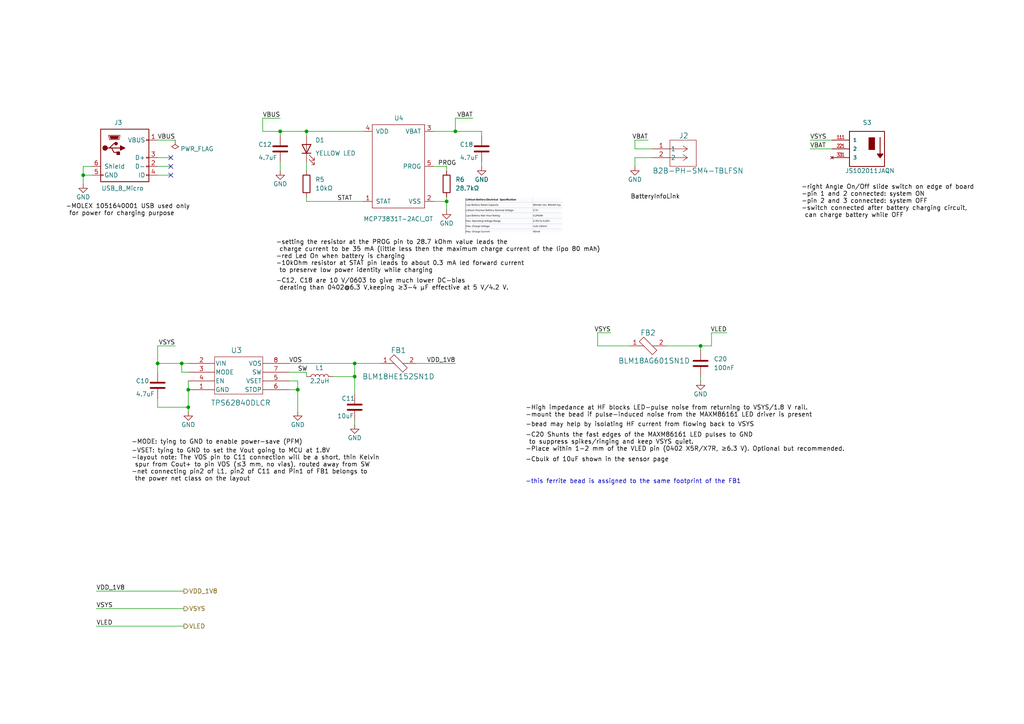
<source format=kicad_sch>
(kicad_sch (version 20250114) (generator "eeschema") (generator_version "9.0")
  (paper "A4")
  (lib_symbols
    (symbol "C_1" (pin_numbers (hide yes)) (pin_names (offset 0.254))
      (property "Reference" "C" (at 0.635 2.54 0))
      (property "Value" "C" (at 0.635 -2.54 0))
      (symbol "C_1_0_1"
        (polyline (pts (xy -2.032 0.762) (xy 2.032 0.762)) (stroke (width 0.508)))
        (polyline (pts (xy -2.032 -0.762) (xy 2.032 -0.762)) (stroke (width 0.508)))
      )
      (symbol "C_1_1_1"
        (pin passive line (at 0 3.81 270) (length 2.794) (name "~") (number "1"))
        (pin passive line (at 0 -3.81 90) (length 2.794) (name "~") (number "2"))
      )
    )
    (symbol "C_2" (pin_numbers (hide yes)) (pin_names (offset 0.254))
      (property "Reference" "C" (at 0.635 2.54 0))
      (property "Value" "C" (at 0.635 -2.54 0))
      (symbol "C_2_0_1"
        (polyline (pts (xy -2.032 0.762) (xy 2.032 0.762)) (stroke (width 0.508)))
        (polyline (pts (xy -2.032 -0.762) (xy 2.032 -0.762)) (stroke (width 0.508)))
      )
      (symbol "C_2_1_1"
        (pin passive line (at 0 3.81 270) (length 2.794) (name "~") (number "1"))
        (pin passive line (at 0 -3.81 90) (length 2.794) (name "~") (number "2"))
      )
    )
    (symbol "C_3" (pin_numbers (hide yes)) (pin_names (offset 0.254))
      (property "Reference" "C" (at 0.635 2.54 0))
      (property "Value" "C" (at 0.635 -2.54 0))
      (symbol "C_3_0_1"
        (polyline (pts (xy -2.032 0.762) (xy 2.032 0.762)) (stroke (width 0.508)))
        (polyline (pts (xy -2.032 -0.762) (xy 2.032 -0.762)) (stroke (width 0.508)))
      )
      (symbol "C_3_1_1"
        (pin passive line (at 0 3.81 270) (length 2.794) (name "~") (number "1"))
        (pin passive line (at 0 -3.81 90) (length 2.794) (name "~") (number "2"))
      )
    )
    (symbol "C_4" (pin_numbers (hide yes)) (pin_names (offset 0.254))
      (property "Reference" "C" (at 0.635 2.54 0))
      (property "Value" "C" (at 0.635 -2.54 0))
      (symbol "C_4_0_1"
        (polyline (pts (xy -2.032 0.762) (xy 2.032 0.762)) (stroke (width 0.508)))
        (polyline (pts (xy -2.032 -0.762) (xy 2.032 -0.762)) (stroke (width 0.508)))
      )
      (symbol "C_4_1_1"
        (pin passive line (at 0 3.81 270) (length 2.794) (name "~") (number "1"))
        (pin passive line (at 0 -3.81 90) (length 2.794) (name "~") (number "2"))
      )
    )
    (symbol "LED_local:LED" (pin_numbers (hide yes)) (pin_names (offset 1.016) (hide yes))
      (property "Reference" "D" (at 0 2.54 0))
      (property "Value" "LED" (at 0 -2.54 0))
      (symbol "LED_0_1"
        (polyline (pts (xy -3.048 -0.762) (xy -4.572 -2.286) (xy -3.81 -2.286) (xy -4.572 -2.286) (xy -4.572 -1.524)))
        (polyline (pts (xy -1.778 -0.762) (xy -3.302 -2.286) (xy -2.54 -2.286) (xy -3.302 -2.286) (xy -3.302 -1.524)))
        (polyline (pts (xy -1.27 0) (xy 1.27 0)))
        (polyline (pts (xy -1.27 -1.27) (xy -1.27 1.27)) (stroke (width 0.254)))
        (polyline (pts (xy 1.27 -1.27) (xy 1.27 1.27) (xy -1.27 0) (xy 1.27 -1.27)) (stroke (width 0.254)))
      )
      (symbol "LED_1_1"
        (pin passive line (at -3.81 0 0) (length 2.54) (name "K") (number "1"))
        (pin passive line (at 3.81 0 180) (length 2.54) (name "A") (number "2"))
      )
    )
    (symbol "USB_B_Micro_local:USB_B_Micro" (pin_names (offset 1.016))
      (property "Reference" "J?" (at 0 11.176 0))
      (property "Value" "USB_B_Micro" (at -0.254 9.144 0))
      (symbol "USB_B_Micro_0_1"
        (rectangle (start -7.62 -4.953) (end -6.858 -5.207))
        (circle (center -6.35 2.794) (radius 0.635) (stroke (width 0.254)) (fill (type outline)))
        (polyline (pts (xy -5.715 2.794) (xy -5.08 2.794) (xy -3.81 4.064) (xy -3.175 4.064)) (stroke (width 0.254)))
        (polyline (pts (xy -5.334 6.477) (xy -5.334 6.223) (xy -5.08 5.461) (xy -5.08 5.207) (xy -2.286 5.207) (xy -2.286 5.461) (xy -2.032 6.223) (xy -2.032 6.477) (xy -5.334 6.477)))
        (polyline (pts (xy -5.08 2.794) (xy -4.445 2.794) (xy -3.81 1.524) (xy -2.54 1.524)) (stroke (width 0.254)))
        (polyline (pts (xy -4.953 6.223) (xy -2.413 6.223) (xy -2.667 5.461) (xy -4.699 5.461) (xy -4.953 6.223)) (fill (type outline)))
        (polyline (pts (xy -4.445 2.794) (xy -1.905 2.794)) (stroke (width 0.254)))
        (circle (center -3.175 4.064) (radius 0.381) (stroke (width 0.254)) (fill (type outline)))
        (rectangle (start -2.921 1.651) (end -2.159 0.889) (stroke (width 0.254)) (fill (type outline)))
        (polyline (pts (xy -1.905 3.429) (xy -1.905 2.159) (xy -0.635 2.794) (xy -1.905 3.429)) (stroke (width 0.254)) (fill (type outline)))
        (rectangle (start 6.35 4.953) (end 5.588 5.207))
        (rectangle (start 6.35 -0.127) (end 5.588 0.127))
        (rectangle (start 6.35 -2.667) (end 5.588 -2.413))
        (rectangle (start 6.35 -5.207) (end 5.588 -4.953))
      )
      (symbol "USB_B_Micro_1_1"
        (rectangle (start -7.62 8.255) (end 6.35 -6.985) (stroke (width 0.254)) (fill (type color) (color 255 255 255 1)))
        (pin passive line (at -10.16 -2.54 0) (length 2.54) (name "Shield") (number "6"))
        (pin power_in line (at -10.16 -5.08 0) (length 2.54) (name "GND") (number "5"))
        (pin power_in line (at 8.89 5.08 180) (length 2.54) (name "VBUS") (number "1"))
        (pin bidirectional line (at 8.89 0 180) (length 2.54) (name "D+") (number "3"))
        (pin bidirectional line (at 8.89 -2.54 180) (length 2.54) (name "D-") (number "2"))
        (pin passive line (at 8.89 -5.08 180) (length 2.54) (name "ID") (number "4"))
      )
    )
    (symbol "dk_Ferrite-Beads-and-Chips_local:BLM18AG601SN1D" (pin_names (offset 1.016))
      (property "Reference" "FB2" (at 0 3.81 0))
      (property "Value" "BLM18AG601SN1D" (at -0.254 -3.81 0))
      (symbol "BLM18AG601SN1D_0_1"
        (polyline (pts (xy -1.27 0) (xy -2.54 0)))
        (polyline (pts (xy 1.27 0) (xy 2.54 0)))
      )
      (symbol "BLM18AG601SN1D_1_1"
        (polyline (pts (xy -1.27 2.54) (xy -2.54 1.27) (xy 1.27 -2.54) (xy 2.54 -1.27) (xy -1.27 2.54)) (fill (type color) (color 255 255 255 1)))
        (pin passive line (at -5.08 0 0) (length 2.54) (name "~") (number "1"))
        (pin passive line (at 5.08 0 180) (length 2.54) (name "~") (number "2"))
      )
    )
    (symbol "dk_Ferrite-Beads-and-Chips_local:BLM18HE152SN1D" (pin_names (offset 1.016))
      (property "Reference" "FB1" (at -2.54 3.81 0))
      (property "Value" "BLM18HE152SN1D" (at 0 -3.81 0))
      (symbol "BLM18HE152SN1D_0_1"
        (polyline (pts (xy -1.27 0) (xy -2.54 0)))
        (polyline (pts (xy 1.27 0) (xy 2.54 0)))
      )
      (symbol "BLM18HE152SN1D_1_1"
        (polyline (pts (xy -1.27 2.54) (xy -2.54 1.27) (xy 1.27 -2.54) (xy 2.54 -1.27) (xy -1.27 2.54)) (fill (type color) (color 255 255 255 1)))
        (pin passive line (at -5.08 0 0) (length 2.54) (name "~") (number "1"))
        (pin passive line (at 5.08 0 180) (length 2.54) (name "~") (number "2"))
      )
    )
    (symbol "dk_MCP73831BatteryCharger_local:MCP73831T-2ACI_OT" (pin_names (offset 1.016))
      (property "Reference" "U4" (at 0.762 13.716 0))
      (property "Value" "MCP73831T-2ACI_OT" (at -10.668 -13.716 0))
      (symbol "MCP73831T-2ACI_OT_1_1"
        (rectangle (start -7.62 12.065) (end 7.62 -12.065) (fill (type color) (color 255 255 255 1)))
        (pin power_in line (at -10.16 10.16 0) (length 2.54) (name "VDD") (number "4"))
        (pin output line (at -10.16 -10.16 0) (length 2.54) (name "STAT") (number "1"))
        (pin power_out line (at 10.16 10.16 180) (length 2.54) (name "VBAT") (number "3"))
        (pin input line (at 10.16 0 180) (length 2.54) (name "PROG") (number "5"))
        (pin power_in line (at 10.16 -10.16 180) (length 2.54) (name "VSS") (number "2"))
      )
    )
    (symbol "inductor_local:L" (pin_numbers (hide yes)) (pin_names (offset 1.016) (hide yes))
      (property "Reference" "L" (at -1.27 0 90))
      (property "Value" "L" (at 1.905 0 90))
      (symbol "L_0_1"
        (arc (start 0 2.54) (mid 0.6323 1.905) (end 0 1.27))
        (arc (start 0 1.27) (mid 0.6323 0.635) (end 0 0))
        (arc (start 0 0) (mid 0.6323 -0.635) (end 0 -1.27))
        (arc (start 0 -1.27) (mid 0.6323 -1.905) (end 0 -2.54))
      )
      (symbol "L_1_1"
        (pin passive line (at 0 3.81 270) (length 1.27) (name "1") (number "1"))
        (pin passive line (at 0 -3.81 90) (length 1.27) (name "2") (number "2"))
      )
    )
    (symbol "power_local:GND" (power) (pin_numbers (hide yes)) (pin_names (offset 0) (hide yes))
      (property "Value" "GND" (at 0 -3.81 0))
      (symbol "GND_0_1"
        (polyline (pts (xy 0 0) (xy 0 -1.27) (xy 1.27 -1.27) (xy 0 -2.54) (xy -1.27 -1.27) (xy 0 -1.27)))
      )
      (symbol "GND_1_1"
        (pin power_in line (at 0 0 270) (length 0) (name "~") (number "1"))
      )
    )
    (symbol "power_local:PWR_FLAG" (power) (pin_numbers (hide yes)) (pin_names (offset 0) (hide yes))
      (property "Value" "PWR_FLAG" (at 0 3.81 0))
      (symbol "PWR_FLAG_0_0"
        (pin power_out line (at 0 0 90) (length 0) (name "~") (number "1"))
      )
      (symbol "PWR_FLAG_0_1"
        (polyline (pts (xy 0 0) (xy 0 1.27) (xy -1.016 1.905) (xy 0 2.54) (xy 1.016 1.905) (xy 0 1.27)))
      )
    )
    (symbol "resistor:R" (pin_numbers (hide yes)) (pin_names (offset 0))
      (property "Reference" "R" (at 2.032 0 90))
      (property "Value" "R" (at 0 0 90))
      (symbol "R_0_1"
        (rectangle (start -1.016 -2.54) (end 1.016 2.54) (stroke (width 0.254)))
      )
      (symbol "R_1_1"
        (pin passive line (at 0 3.81 270) (length 1.27) (name "~") (number "1"))
        (pin passive line (at 0 -3.81 90) (length 1.27) (name "~") (number "2"))
      )
    )
    (symbol "rightAngleOnOff_JS102011JAQN_local:JS102011JAQN" (pin_names (offset 1.016))
      (property "Value" "JS102011JAQN" (at -5.08 -7.62 0))
      (symbol "JS102011JAQN_0_0"
        (rectangle (start 0.508 -0.254) (end 2.286 3.302) (stroke (width 0.1)) (fill (type outline)))
        (polyline (pts (xy 3.048 -1.524) (xy 4.572 -1.524)) (stroke (width 0.254)))
        (polyline (pts (xy 3.048 -1.524) (xy 4.572 -1.524) (xy 3.81 -2.54) (xy 3.048 -1.524)) (stroke (width 0.254)) (fill (type outline)))
        (polyline (pts (xy 3.556 -1.778) (xy 4.064 -1.778)) (stroke (width 0.254)))
        (polyline (pts (xy 3.81 3.302) (xy 3.81 -2.032)) (stroke (width 0.254)))
        (polyline (pts (xy 3.81 -2.032) (xy 3.556 -1.778)) (stroke (width 0.254)))
        (polyline (pts (xy 3.81 -2.54) (xy 3.048 -1.524)) (stroke (width 0.254)))
        (polyline (pts (xy 3.81 -2.54) (xy 3.81 -2.032)) (stroke (width 0.254)))
        (polyline (pts (xy 4.572 -1.524) (xy 3.81 -2.54)) (stroke (width 0.254)))
      )
      (symbol "JS102011JAQN_1_0"
        (rectangle (start -5.08 5.08) (end 5.08 -5.08) (stroke (width 0.254)) (fill (type color) (color 255 255 255 1)))
        (pin power_out line (at -10.16 2.54 0) (length 5.08) (name "1") (number "1"))
        (pin power_out line (at -10.16 2.54 0) (length 5.08) (name "1") (number "1.1"))
        (pin power_in line (at -10.16 0 0) (length 5.08) (name "2") (number "2"))
        (pin power_in line (at -10.16 0 0) (length 5.08) (name "2") (number "2.1"))
        (pin no_connect line (at -10.16 -2.54 0) (length 5.08) (name "3") (number "3"))
        (pin no_connect line (at -10.16 -2.54 0) (length 5.08) (name "3") (number "3.1"))
      )
    )
    (symbol "ul_BatteryConnector_B2B-PH-SM4-TB_local:B2B-PH-SM4-TBLFSN" (pin_names (offset 0.254))
      (property "Reference" "J2" (at -0.254 5.588 0))
      (property "Value" "B2B-PH-SM4-TBLFSN" (at -11.43 -5.08 0))
      (symbol "B2B-PH-SM4-TBLFSN_1_1"
        (polyline (pts (xy -3.81 3.81) (xy -3.81 -3.81)) (stroke (width 0.127)))
        (polyline (pts (xy -3.81 -3.81) (xy 3.81 -3.81)) (stroke (width 0.127)))
        (polyline (pts (xy 1.27 1.27) (xy -3.81 1.27)) (stroke (width 0.127)))
        (polyline (pts (xy 1.27 1.27) (xy 0 2.1167)) (stroke (width 0.127)))
        (polyline (pts (xy 1.27 1.27) (xy 0 0.4233)) (stroke (width 0.127)))
        (polyline (pts (xy 1.27 -1.27) (xy -3.81 -1.27)) (stroke (width 0.127)))
        (polyline (pts (xy 1.27 -1.27) (xy 0 -0.4233)) (stroke (width 0.127)))
        (polyline (pts (xy 1.27 -1.27) (xy 0 -2.1167)) (stroke (width 0.127)))
        (polyline (pts (xy 3.81 3.81) (xy -3.81 3.81)) (stroke (width 0.127)))
        (polyline (pts (xy 3.81 -3.81) (xy 3.81 3.81)) (stroke (width 0.127)))
        (pin passive line (at -8.89 1.27 0) (length 5.08) (name "1") (number "1"))
        (pin passive line (at -8.89 -1.27 0) (length 5.08) (name "2") (number "2"))
      )
      (symbol "B2B-PH-SM4-TBLFSN_1_2"
        (polyline (pts (xy 5.08 2.54) (xy 5.08 -5.08)) (stroke (width 0.127)))
        (polyline (pts (xy 5.08 -5.08) (xy 12.7 -5.08)) (stroke (width 0.127)))
        (polyline (pts (xy 7.62 0) (xy 5.08 0)) (stroke (width 0.127)))
        (polyline (pts (xy 7.62 0) (xy 8.89 0.8467)) (stroke (width 0.127)))
        (polyline (pts (xy 7.62 0) (xy 8.89 -0.8467)) (stroke (width 0.127)))
        (polyline (pts (xy 7.62 -2.54) (xy 5.08 -2.54)) (stroke (width 0.127)))
        (polyline (pts (xy 7.62 -2.54) (xy 8.89 -1.6933)) (stroke (width 0.127)))
        (polyline (pts (xy 7.62 -2.54) (xy 8.89 -3.3867)) (stroke (width 0.127)))
        (polyline (pts (xy 12.7 2.54) (xy 5.08 2.54)) (stroke (width 0.127)))
        (polyline (pts (xy 12.7 -5.08) (xy 12.7 2.54)) (stroke (width 0.127)))
        (pin unspecified line (at 0 0 0) (length 5.08) (name "1") (number "1"))
        (pin unspecified line (at 0 -2.54 0) (length 5.08) (name "2") (number "2"))
      )
    )
    (symbol "ul_buckConv_TPS62840DLCR_local:TPS62840DLCR" (pin_names (offset 0.254))
      (property "Reference" "U3" (at 14.478 4.064 0))
      (property "Value" "TPS62840DLCR" (at 15.494 1.27 0))
      (symbol "TPS62840DLCR_0_1"
        (polyline (pts (xy 7.62 -0.635) (xy 7.62 -11.43)) (stroke (width 0.127)))
        (polyline (pts (xy 7.62 -11.43) (xy 21.59 -11.43)) (stroke (width 0.127)))
        (polyline (pts (xy 21.59 -0.635) (xy 7.62 -0.635)) (stroke (width 0.127)))
        (polyline (pts (xy 21.59 -11.43) (xy 21.59 -0.635)) (stroke (width 0.127)))
      )
      (symbol "TPS62840DLCR_1_1"
        (pin power_in line (at 0 -2.54 0) (length 7.62) (name "VIN") (number "2"))
        (pin input line (at 0 -5.08 0) (length 7.62) (name "MODE") (number "3"))
        (pin input line (at 0 -7.62 0) (length 7.62) (name "EN") (number "4"))
        (pin power_in line (at 0 -10.16 0) (length 7.62) (name "GND") (number "1"))
        (pin input line (at 29.21 -2.54 180) (length 7.62) (name "VOS") (number "8"))
        (pin power_out line (at 29.21 -5.08 180) (length 7.62) (name "SW") (number "7"))
        (pin input line (at 29.21 -7.62 180) (length 7.62) (name "VSET") (number "5"))
        (pin input line (at 29.21 -10.16 180) (length 7.62) (name "STOP") (number "6"))
      )
    )
    (symbol "unpolarizedcapacitor:C" (pin_numbers (hide yes)) (pin_names (offset 0.254))
      (property "Reference" "C" (at 0.635 2.54 0))
      (property "Value" "C" (at 0.635 -2.54 0))
      (symbol "C_0_1"
        (polyline (pts (xy -2.032 0.762) (xy 2.032 0.762)) (stroke (width 0.508)))
        (polyline (pts (xy -2.032 -0.762) (xy 2.032 -0.762)) (stroke (width 0.508)))
      )
      (symbol "C_1_1"
        (pin passive line (at 0 3.81 270) (length 2.794) (name "~") (number "1"))
        (pin passive line (at 0 -3.81 90) (length 2.794) (name "~") (number "2"))
      )
    )
  )
  (text "-VSET: tying to GND to set the Vout going to MCU at 1.8V" (at 38.1 130.81 0) (effects (font (size 1.27 1.27)) (justify left)))
  (text "-setting the resistor at the PROG pin to 28.7 kOhm value leads the \n charge current to be 35 mA (little less then the maximum charge current of the lipo 80 mAh)\n-red Led On when battery is charging" (at 80.01 72.39 0) (effects (font (size 1.27 1.27)) (justify left)))
  (text "BatteryInfoLink" (at 182.88 57.15 0) (effects (font (size 1.27 1.27)) (justify left)))
  (text "-C20 Shunts the fast edges of the MAXM86161 LED pulses to GND\n to suppress spikes/ringing and keep VSYS quiet. \n-Place within 1-2 mm of the VLED pin (0402 X5R/X7R, ≥6.3 V). Optional but recommended." (at 152.4 128.27 0) (effects (font (size 1.27 1.27)) (justify left)))
  (text "-Cbulk of 10uF shown in the sensor page" (at 152.4 133.35 0) (effects (font (size 1.27 1.27)) (justify left)))
  (text "-10kOhm resistor at STAT pin leads to about 0.3 mA led forward current\n to preserve low power identity while charging" (at 80.01 77.47 0) (effects (font (size 1.27 1.27)) (justify left)))
  (text "-C12, C18 are 10 V/0603 to give much lower DC-bias\n derating than 0402@6.3 V,keeping ≥3-4 µF effective at 5 V/4.2 V." (at 80.01 82.55 0) (effects (font (size 1.27 1.27)) (justify left)))
  (text "-right Angle On/Off slide switch on edge of board\n-pin 1 and 2 connected: system ON\n-pin 2 and 3 connected: system OFF\n-switch connected after battery charging circuit,\n can charge battery while OFF" (at 232.41 58.42 0) (effects (font (size 1.27 1.27)) (justify left)))
  (text "-MOLEX 1051640001 USB used only \n for power for charging purpose" (at 19.05 60.96 0) (effects (font (size 1.27 1.27)) (justify left)))
  (text "-this ferrite bead is assigned to the same footprint of the FB1 " (at 184.15 139.7 0) (effects (font (size 1.27 1.27))))
  (text "-bead may help by isolating HF current from flowing back to VSYS" (at 152.4 123.19 0) (effects (font (size 1.27 1.27)) (justify left)))
  (text "-MODE: tying to GND to enable power-save (PFM)" (at 38.1 128.27 0) (effects (font (size 1.27 1.27)) (justify left)))
  (text "-layout note: The VOS pin to C11 connection will be a short, thin Kelvin \n spur from Cout+ to pin VOS (≤3 mm, no vias), routed away from SW\n-net connecting pin2 of L1, pin2 of C11 and Pin1 of FB1 belongs to \n the power net class on the layout " (at 38.1 135.89 0) (effects (font (size 1.27 1.27)) (justify left)))
  (text "-High impedance at HF blocks LED-pulse noise from returning to VSYS/1.8 V rail.\n-mount the bead if pulse-induced noise from the MAXM86161 LED driver is present" (at 152.4 119.38 0) (effects (font (size 1.27 1.27)) (justify left)))
  (junction (at 88.9 38.1))
  (junction (at 52.705 105.41))
  (junction (at 203.2 100.33))
  (junction (at 81.28 38.1))
  (junction (at 102.87 105.41))
  (junction (at 132.08 38.1))
  (junction (at 102.87 109.22))
  (junction (at 54.61 118.11))
  (junction (at 86.36 113.03))
  (junction (at 129.54 58.42))
  (junction (at 45.72 105.41))
  (junction (at 54.61 113.03))
  (junction (at 24.13 50.8))
  (no_connect (at 49.53 45.72))
  (no_connect (at 49.53 48.26))
  (no_connect (at 49.53 50.8))
  (wire (pts (xy 88.9 57.15) (xy 88.9 58.42)))
  (wire (pts (xy 27.94 176.53) (xy 53.34 176.53)))
  (wire (pts (xy 45.72 40.64) (xy 50.8 40.64)))
  (wire (pts (xy 173.355 96.52) (xy 177.165 96.52)))
  (wire (pts (xy 88.9 46.99) (xy 88.9 49.53)))
  (wire (pts (xy 88.9 107.95) (xy 88.9 109.22)))
  (wire (pts (xy 125.73 58.42) (xy 129.54 58.42)))
  (wire (pts (xy 81.28 46.99) (xy 81.28 49.53)))
  (wire (pts (xy 24.13 50.8) (xy 24.13 53.34)))
  (wire (pts (xy 86.36 110.49) (xy 83.82 110.49)))
  (wire (pts (xy 102.87 105.41) (xy 110.49 105.41)))
  (wire (pts (xy 129.54 60.96) (xy 129.54 58.42)))
  (wire (pts (xy 206.375 100.33) (xy 206.375 96.52)))
  (wire (pts (xy 26.67 48.26) (xy 24.13 48.26)))
  (wire (pts (xy 45.72 100.33) (xy 50.8 100.33)))
  (wire (pts (xy 24.13 50.8) (xy 26.67 50.8)))
  (wire (pts (xy 52.705 105.41) (xy 54.61 105.41)))
  (wire (pts (xy 132.08 38.1) (xy 125.73 38.1)))
  (wire (pts (xy 139.7 38.1) (xy 132.08 38.1)))
  (wire (pts (xy 234.95 40.64) (xy 241.3 40.64)))
  (wire (pts (xy 206.375 96.52) (xy 210.82 96.52)))
  (wire (pts (xy 76.2 34.29) (xy 81.28 34.29)))
  (wire (pts (xy 54.61 107.95) (xy 52.705 107.95)))
  (wire (pts (xy 129.54 48.26) (xy 129.54 49.53)))
  (wire (pts (xy 54.61 110.49) (xy 54.61 113.03)))
  (wire (pts (xy 54.61 118.11) (xy 54.61 113.03)))
  (wire (pts (xy 120.65 105.41) (xy 132.08 105.41)))
  (wire (pts (xy 88.9 38.1) (xy 105.41 38.1)))
  (wire (pts (xy 182.88 100.33) (xy 173.355 100.33)))
  (wire (pts (xy 81.28 39.37) (xy 81.28 38.1)))
  (wire (pts (xy 102.87 105.41) (xy 102.87 109.22)))
  (wire (pts (xy 27.94 171.45) (xy 53.34 171.45)))
  (wire (pts (xy 132.08 38.1) (xy 132.08 34.29)))
  (wire (pts (xy 189.23 43.18) (xy 184.15 43.18)))
  (wire (pts (xy 45.72 48.26) (xy 49.53 48.26)))
  (wire (pts (xy 139.7 39.37) (xy 139.7 38.1)))
  (wire (pts (xy 24.13 48.26) (xy 24.13 50.8)))
  (wire (pts (xy 88.9 38.1) (xy 88.9 39.37)))
  (wire (pts (xy 54.61 119.38) (xy 54.61 118.11)))
  (wire (pts (xy 76.2 38.1) (xy 81.28 38.1)))
  (wire (pts (xy 45.72 105.41) (xy 45.72 100.33)))
  (wire (pts (xy 234.95 43.18) (xy 241.3 43.18)))
  (wire (pts (xy 132.08 34.29) (xy 137.16 34.29)))
  (wire (pts (xy 96.52 109.22) (xy 102.87 109.22)))
  (wire (pts (xy 86.36 110.49) (xy 86.36 113.03)))
  (wire (pts (xy 102.87 109.22) (xy 102.87 114.3)))
  (wire (pts (xy 86.36 113.03) (xy 86.36 119.38)))
  (wire (pts (xy 45.72 115.57) (xy 45.72 118.11)))
  (wire (pts (xy 27.94 181.61) (xy 53.34 181.61)))
  (wire (pts (xy 125.73 48.26) (xy 129.54 48.26)))
  (wire (pts (xy 45.72 45.72) (xy 49.53 45.72)))
  (wire (pts (xy 86.36 113.03) (xy 83.82 113.03)))
  (wire (pts (xy 184.15 45.72) (xy 184.15 48.26)))
  (wire (pts (xy 184.15 43.18) (xy 184.15 40.64)))
  (wire (pts (xy 189.23 45.72) (xy 184.15 45.72)))
  (wire (pts (xy 102.87 121.92) (xy 102.87 123.19)))
  (wire (pts (xy 76.2 38.1) (xy 76.2 34.29)))
  (wire (pts (xy 193.04 100.33) (xy 203.2 100.33)))
  (wire (pts (xy 45.72 107.95) (xy 45.72 105.41)))
  (wire (pts (xy 81.28 38.1) (xy 88.9 38.1)))
  (wire (pts (xy 203.2 109.22) (xy 203.2 110.49)))
  (wire (pts (xy 83.82 105.41) (xy 102.87 105.41)))
  (wire (pts (xy 45.72 50.8) (xy 49.53 50.8)))
  (wire (pts (xy 184.15 40.64) (xy 187.96 40.64)))
  (wire (pts (xy 173.355 100.33) (xy 173.355 96.52)))
  (wire (pts (xy 139.7 46.99) (xy 139.7 48.26)))
  (wire (pts (xy 45.72 118.11) (xy 54.61 118.11)))
  (wire (pts (xy 83.82 107.95) (xy 88.9 107.95)))
  (wire (pts (xy 52.705 107.95) (xy 52.705 105.41)))
  (wire (pts (xy 203.2 101.6) (xy 203.2 100.33)))
  (wire (pts (xy 129.54 58.42) (xy 129.54 57.15)))
  (wire (pts (xy 203.2 100.33) (xy 206.375 100.33)))
  (wire (pts (xy 45.72 105.41) (xy 52.705 105.41)))
  (wire (pts (xy 88.9 58.42) (xy 105.41 58.42)))
  (image (at 148.9722 62.6122) (scale 0.107016))
  (label "VBAT" (at 234.95 43.18 0))
  (label "VOS" (at 87.63 105.41 180))
  (label "VDD_1V8" (at 27.94 171.45 0))
  (label "VLED" (at 27.94 181.61 0))
  (label "PROG" (at 127 48.26 0))
  (label "VDD_1V8" (at 132.08 105.41 180))
  (label "VBUS" (at 50.8 40.64 180))
  (label "VSYS" (at 177.165 96.52 180))
  (label "SW" (at 86.36 107.95 0))
  (label "VLED" (at 210.82 96.52 180))
  (label "VBUS" (at 81.28 34.29 180))
  (label "STAT" (at 97.79 58.42 0))
  (label "VBAT" (at 137.16 34.29 180))
  (label "VBAT" (at 187.96 40.64 180))
  (label "VSYS" (at 27.94 176.53 0))
  (label "VSYS" (at 50.8 100.33 180))
  (label "VSYS" (at 234.95 40.64 0))
  (hierarchical_label "VLED" (shape output) (at 53.34 181.61 0))
  (hierarchical_label "VDD_1V8" (shape output) (at 53.34 171.45 0))
  (hierarchical_label "VSYS" (shape output) (at 53.34 176.53 0))
  (symbol (lib_id "rightAngleOnOff_JS102011JAQN_local:JS102011JAQN") (at 251.46 43.18 0) (unit 1)
    (property "Reference" "S3" (at 250.19 35.56 0) (effects (justify left)))
    (property "Value" "JS102011JAQN" (at 245.11 49.53 0) (effects (justify left)))
    (property "Footprint" "rightAngleOnOff_JS102011JAQN_local:SW_JS102011JAQN" (effects (hide yes)))
    (property "Datasheet" "kicad-embed://js.pdf" (effects (hide yes)))
    (property "Description" "Slide Switch SPDT Surface Mount, Right Angle" (effects (hide yes)))
    (property "MF" "C&K" (effects (hide yes)))
    (property "Description_1" "Slide Switch SPDT Surface Mount, Right Angle" (effects (hide yes)))
    (property "Package" "-" (effects (hide yes)))
    (property "Price" "0.80 €" (effects (hide yes)))
    (property "Check_prices" "https://www.snapeda.com/parts/JS102011JAQN/C%2526K/view-part/?ref=eda" (effects (hide yes)))
    (property "STANDARD" "Manufacturer Recommendations" (effects (hide yes)))
    (property "PARTREV" "29 June 16" (effects (hide yes)))
    (property "SnapEDA_Link" "https://www.snapeda.com/parts/JS102011JAQN/C%2526K/view-part/?ref=snap" (effects (hide yes)))
    (property "MP" "JS102011JAQN" (effects (hide yes)))
    (property "Availability" "In Stock" (effects (hide yes)))
    (property "MANUFACTURER" "C&K" (effects (hide yes)))
    (property "MPN" "JS102011JAQN" (effects (hide yes)))
    (property "rohs" "yes" (effects (hide yes)))
    (property "vendor" "DigiKey" (effects (hide yes)))
    (property "mounting type" "SMD" (effects (hide yes)))
    (property "vendor part number" "CKN10720CT-ND" (effects (hide yes)))
  )
  (symbol (lib_id "inductor_local:L") (at 92.71 109.22 90) (unit 1)
    (property "Reference" "L1" (at 92.71 106.68 90))
    (property "Value" "2.2uH" (at 92.71 110.49 90))
    (property "Footprint" "Inductor_SMD_local:L_0805_2012M_Murata-LQM21PN" (effects (hide yes)))
    (property "Datasheet" "kicad-embed://JELF243B-0028.pdf" (effects (hide yes)))
    (property "Description" "2.2 µH Shielded Multilayer Inductor 800 mA 288mOhm Max 0805 (2012 Metric)" (effects (hide yes)))
    (property "MANUFACTURER" "Murata Electronics" (effects (hide yes)))
    (property "MPN" "LQM21PN2R2NGCD" (effects (hide yes)))
    (property "Package" "0805" (effects (hide yes)))
    (property "Price" "0.15 €" (effects (hide yes)))
    (property "rohs" "yes" (effects (hide yes)))
    (property "vendor" "DigiKey" (effects (hide yes)))
    (property "mounting type" "SMD" (effects (hide yes)))
    (property "vendor part number" "490-7781-1-ND" (effects (hide yes)))
  )
  (symbol (lib_name "C_2") (lib_id "unpolarizedcapacitor:C") (at 45.72 111.76 0) (unit 1)
    (property "Reference" "C10" (at 39.37 110.49 0) (effects (justify left)))
    (property "Value" "4.7uF" (at 39.37 114.3 0) (effects (justify left)))
    (property "Footprint" "Capacitor_SMD_local:C_0603_1608Metric" (effects (hide yes)))
    (property "Datasheet" "kicad-embed://GRM188R61A475KE15-01.pdf" (effects (hide yes)))
    (property "Description" "4.7 µF ±10% 10V Ceramic Capacitor X5R 0603 (1608 Metric)" (effects (hide yes)))
    (property "MANUFACTURER" "YAGEO" (effects (hide yes)))
    (property "MPN" "CC0603KRX5R6BB475" (effects (hide yes)))
    (property "Package" "0603" (effects (hide yes)))
    (property "Price" "0.18 €" (effects (hide yes)))
    (property "rohs" "yes" (effects (hide yes)))
    (property "vendor" "DigiKey" (effects (hide yes)))
    (property "mounting type" "SMD" (effects (hide yes)))
    (property "vendor part number" "311-1455-1-ND" (effects (hide yes)))
  )
  (symbol (lib_id "power_local:GND") (at 81.28 49.53 0) (unit 1)
    (property "Reference" "#PWR024" (effects (hide yes)))
    (property "Value" "GND" (at 81.28 53.34 0))
    (property "Description" "Power symbol creates a global label with name \"GND\" , ground" (effects (hide yes)))
  )
  (symbol (lib_id "unpolarizedcapacitor:C") (at 203.2 105.41 0) (unit 1)
    (property "Reference" "C20" (at 207.01 104.1399 0) (effects (justify left)))
    (property "Value" "100nF" (at 207.01 106.6799 0) (effects (justify left)))
    (property "Footprint" "Capacitor_SMD_local:C_0402_1005Metric" (effects (hide yes)))
    (property "Datasheet" "kicad-embed://GRM155R70J104KA01-01.pdf" (effects (hide yes)))
    (property "Description" "0.1 µF ±10% 6.3V Ceramic Capacitor X7R 0402 (1005 Metric)" (effects (hide yes)))
    (property "MANUFACTURER" "Murata Electronics" (effects (hide yes)))
    (property "MPN" "GRM155R70J104KA01D" (effects (hide yes)))
    (property "Package" "0402" (effects (hide yes)))
    (property "Price" "0.09 €" (effects (hide yes)))
    (property "rohs" "yes" (effects (hide yes)))
    (property "vendor" "DigiKey" (effects (hide yes)))
    (property "mounting type" "SMD" (effects (hide yes)))
    (property "vendor part number" "490-6319-1-ND" (effects (hide yes)))
  )
  (symbol (lib_id "power_local:GND") (at 24.13 53.34 0) (unit 1)
    (property "Reference" "#PWR020" (effects (hide yes)))
    (property "Value" "GND" (at 24.13 57.15 0))
    (property "Description" "Power symbol creates a global label with name \"GND\" , ground" (effects (hide yes)))
  )
  (symbol (lib_id "power_local:GND") (at 86.36 119.38 0) (unit 1)
    (property "Reference" "#PWR010" (effects (hide yes)))
    (property "Value" "GND" (at 86.36 123.19 0))
    (property "Description" "Power symbol creates a global label with name \"GND\" , ground" (effects (hide yes)))
  )
  (symbol (lib_id "ul_buckConv_TPS62840DLCR_local:TPS62840DLCR") (at 54.61 102.87 0) (unit 1)
    (property "Reference" "U3" (at 68.58 101.6 0) (effects (font (size 1.524 1.524))))
    (property "Value" "TPS62840DLCR" (at 69.85 116.84 0) (effects (font (size 1.524 1.524))))
    (property "Footprint" "ul_buckConv_TPS62840DLCR_local:VSON8_2P1X1P6_TEX" (effects (hide yes)))
    (property "Datasheet" "https://www.ti.com/lit/gpn/tps62840" (effects (hide yes)))
    (property "Description" "Buck Switching Regulator IC Positive Adjustable 1.8V 1 Output 750mA 8-VFDFN" (effects (hide yes)))
    (property "MANUFACTURER" "Texas Instruments" (effects (hide yes)))
    (property "MPN" "TPS62840DLCR" (effects (hide yes)))
    (property "Package" "8-VFDFN" (effects (hide yes)))
    (property "Price" "1.79 €" (effects (hide yes)))
    (property "rohs" "yes" (effects (hide yes)))
    (property "vendor" "DigiKey" (effects (hide yes)))
    (property "mounting type" "SMD" (effects (hide yes)))
    (property "vendor part number" "296-TPS62840DLCRCT-ND" (effects (hide yes)))
  )
  (symbol (lib_id "power_local:GND") (at 139.7 48.26 0) (unit 1)
    (property "Reference" "#PWR026" (effects (hide yes)))
    (property "Value" "GND" (at 139.7 52.07 0))
    (property "Description" "Power symbol creates a global label with name \"GND\" , ground" (effects (hide yes)))
  )
  (symbol (lib_id "resistor:R") (at 129.54 53.34 0) (unit 1)
    (property "Reference" "R6" (at 132.08 52.0699 0) (effects (justify left)))
    (property "Value" "28.7kΩ" (at 132.08 54.6099 0) (effects (justify left)))
    (property "Footprint" "Resistor_SMD_local:R_0402_1005Metric" (effects (hide yes)))
    (property "Datasheet" "kicad-embed://sei-rmcf_rmcp.pdf" (effects (hide yes)))
    (property "Description" "28.7 kOhms ±1% 0.063W, 1/16W Chip Resistor 0402 (1005 Metric) Automotive AEC-Q200 Thick Film" (effects (hide yes)))
    (property "MANUFACTURER" "Stackpole Electronics Inc" (effects (hide yes)))
    (property "MPN" "RMCF0402FT28K7" (effects (hide yes)))
    (property "Package" "0402" (effects (hide yes)))
    (property "Price" "0.09 €" (effects (hide yes)))
    (property "rohs" "yes" (effects (hide yes)))
    (property "vendor" "DigiKey" (effects (hide yes)))
    (property "mounting type" "SMD" (effects (hide yes)))
    (property "vendor part number" "RMCF0402FT28K7CT-ND" (effects (hide yes)))
  )
  (symbol (lib_id "power_local:GND") (at 102.87 123.19 0) (unit 1)
    (property "Reference" "#PWR014" (effects (hide yes)))
    (property "Value" "GND" (at 102.87 127 0))
    (property "Description" "Power symbol creates a global label with name \"GND\" , ground" (effects (hide yes)))
  )
  (symbol (lib_id "USB_B_Micro_local:USB_B_Micro") (at 36.83 45.72 0) (unit 1)
    (property "Reference" "J3" (at 34.29 35.56 0))
    (property "Value" "USB_B_Micro" (at 35.56 54.61 0))
    (property "Footprint" "ul_microUSB_1051640001_local:CON00906_5_MOL" (effects (hide yes)))
    (property "Datasheet" "kicad-embed://1051640001.pdf" (effects (hide yes)))
    (property "Description" "USB - micro B USB 2.0 Receptacle Connector 5 Position Surface Mount, Right Angle Through Hole" (effects (hide yes)))
    (property "MANUFACTURER" "Molex" (effects (hide yes)))
    (property "MPN" "1051640001" (effects (hide yes)))
    (property "Package" "-" (effects (hide yes)))
    (property "Price" "0.8" (effects (hide yes)))
    (property "rohs" "yes" (effects (hide yes)))
    (property "vendor" "DigiKey" (effects (hide yes)))
    (property "mounting type" "SMD, TH" (effects (hide yes)))
    (property "vendor part number" "WM11263CT-ND" (effects (hide yes)))
  )
  (symbol (lib_id "dk_Ferrite-Beads-and-Chips_local:BLM18AG601SN1D") (at 187.96 100.33 0) (unit 1)
    (property "Reference" "FB2" (at 187.96 96.52 0) (effects (font (size 1.524 1.524))))
    (property "Value" "BLM18AG601SN1D" (at 189.738 104.648 0) (effects (font (size 1.524 1.524))))
    (property "Footprint" "ul_ferriteBead_BLM18HE152SN1D_local:IND_BLM18_0603_MUR" (effects (hide yes)))
    (property "Datasheet" "kicad-embed://ENFA0003.pdf" (effects (hide yes)))
    (property "Description" "600 Ohms @ 100 MHz 1 Ferrite Bead 0603 (1608 Metric) 500mA 380mOhm" (effects (hide yes)))
    (property "Digi-Key_PN" "490-1014-1-ND" (effects (hide yes)))
    (property "MPN" "BLM18AG601SN1D" (effects (hide yes)))
    (property "Category" "Filters" (effects (hide yes)))
    (property "Family" "Ferrite Beads and Chips" (effects (hide yes)))
    (property "DK_Datasheet_Link" "https://www.murata.com/en-us/products/productdata/8796738650142/ENFA0003.pdf" (effects (hide yes)))
    (property "DK_Detail_Page" "/product-detail/en/murata-electronics-north-america/BLM18AG601SN1D/490-1014-1-ND/584462" (effects (hide yes)))
    (property "Description_1" "FERRITE BEAD 600 OHM 0603 1LN" (effects (hide yes)))
    (property "Manufacturer" "Murata Electronics North America" (effects (hide yes)))
    (property "Status" "Active" (effects (hide yes)))
    (property "MANUFACTURER" "Murata Electronics" (effects (hide yes)))
    (property "Package" "0603" (effects (hide yes)))
    (property "Price" "0.09 €" (effects (hide yes)))
    (property "rohs" "yes" (effects (hide yes)))
    (property "vendor" "DigiKey" (effects (hide yes)))
    (property "mounting type" "SMD" (effects (hide yes)))
    (property "vendor part number" "490-1014-1-ND" (effects (hide yes)))
  )
  (symbol (lib_id "ul_BatteryConnector_B2B-PH-SM4-TB_local:B2B-PH-SM4-TBLFSN") (at 198.12 44.45 0) (unit 1)
    (property "Reference" "J2" (at 196.85 39.37 0) (effects (font (size 1.524 1.524)) (justify left)))
    (property "Value" "B2B-PH-SM4-TBLFSN" (at 189.23 49.53 0) (effects (font (size 1.524 1.524)) (justify left)))
    (property "Footprint" "ul_BatteryConnector_S2B-PH-SM4-TB_local:CONN_S2B-PH-SM4-TB_JST" (effects (hide yes)))
    (property "Datasheet" "kicad-embed://ePH.pdf" (effects (hide yes)))
    (property "Description" "Connector Header Surface Mount 2 position 0.079\" (2.00mm)" (effects (hide yes)))
    (property "MANUFACTURER" "JST Sales America Inc." (effects (hide yes)))
    (property "MPN" "B2B-PH-SM4-TB" (effects (hide yes)))
    (property "Package" "-" (effects (hide yes)))
    (property "Price" "0.40 €" (effects (hide yes)))
    (property "rohs" "yes" (effects (hide yes)))
    (property "vendor" "DigiKey" (effects (hide yes)))
    (property "mounting type" "SMD" (effects (hide yes)))
    (property "vendor part number" "455-B2B-PH-SM4-TBCT-ND" (effects (hide yes)))
  )
  (symbol (lib_id "dk_Ferrite-Beads-and-Chips_local:BLM18HE152SN1D") (at 115.57 105.41 0) (unit 1)
    (property "Reference" "FB1" (at 115.57 101.6 0) (effects (font (size 1.524 1.524))))
    (property "Value" "BLM18HE152SN1D" (at 115.57 109.22 0) (effects (font (size 1.524 1.524))))
    (property "Footprint" "ul_ferriteBead_BLM18HE152SN1D_local:IND_BLM18_0603_MUR" (effects (hide yes)))
    (property "Datasheet" "kicad-embed://ENFA0004.pdf" (effects (hide yes)))
    (property "Description" "1.5 kOhms @ 100 MHz 1 Signal Line Ferrite Bead 0603 (1608 Metric) 500mA 500mOhm" (effects (hide yes)))
    (property "Digi-Key_PN" "490-5216-1-ND" (effects (hide yes)))
    (property "MPN" "BLM18HE152SN1D" (effects (hide yes)))
    (property "Category" "Filters" (effects (hide yes)))
    (property "Family" "Ferrite Beads and Chips" (effects (hide yes)))
    (property "DK_Datasheet_Link" "https://www.murata.com/en-us/products/productdata/8796741599262/ENFA0004.pdf" (effects (hide yes)))
    (property "DK_Detail_Page" "/product-detail/en/murata-electronics-north-america/BLM18HE152SN1D/490-5216-1-ND/1948392" (effects (hide yes)))
    (property "Description_1" "FERRITE BEAD 1.5 KOHM 0603 1LN" (effects (hide yes)))
    (property "Manufacturer" "Murata Electronics" (effects (hide yes)))
    (property "Status" "Active" (effects (hide yes)))
    (property "MANUFACTURER" "Murata Electronics" (effects (hide yes)))
    (property "Package" "0603" (effects (hide yes)))
    (property "Price" "0.18 €" (effects (hide yes)))
    (property "rohs" "yes" (effects (hide yes)))
    (property "vendor" "DigiKey" (effects (hide yes)))
    (property "mounting type" "SMD" (effects (hide yes)))
    (property "vendor part number" "490-5216-1-ND" (effects (hide yes)))
  )
  (symbol (lib_id "power_local:GND") (at 184.15 48.26 0) (unit 1)
    (property "Reference" "#PWR028" (effects (hide yes)))
    (property "Value" "GND" (at 184.15 52.07 0))
    (property "Description" "Power symbol creates a global label with name \"GND\" , ground" (effects (hide yes)))
  )
  (symbol (lib_id "power_local:GND") (at 54.61 119.38 0) (unit 1)
    (property "Reference" "#PWR011" (effects (hide yes)))
    (property "Value" "GND" (at 54.61 123.19 0))
    (property "Description" "Power symbol creates a global label with name \"GND\" , ground" (effects (hide yes)))
  )
  (symbol (lib_name "C_1") (lib_id "unpolarizedcapacitor:C") (at 102.87 118.11 0) (unit 1)
    (property "Reference" "C11" (at 99.06 115.57 0) (effects (justify left)))
    (property "Value" "10uF" (at 97.79 120.65 0) (effects (justify left)))
    (property "Footprint" "Capacitor_SMD_local:C_0603_1608Metric" (effects (hide yes)))
    (property "Datasheet" "kicad-embed://GRM188R60J106ME47-01.pdf" (effects (hide yes)))
    (property "Description" "10 µF ±20% 6.3V Ceramic Capacitor X5R 0603 (1608 Metric)" (effects (hide yes)))
    (property "MANUFACTURER" "Murata Electronics" (effects (hide yes)))
    (property "MPN" "GRM188R60J106ME47D" (effects (hide yes)))
    (property "Package" "0603" (effects (hide yes)))
    (property "Price" "0.10 €" (effects (hide yes)))
    (property "rohs" "yes" (effects (hide yes)))
    (property "vendor" "DigiKey" (effects (hide yes)))
    (property "mounting type" "SMD" (effects (hide yes)))
    (property "vendor part number" "490-3896-1-ND" (effects (hide yes)))
  )
  (symbol (lib_name "C_3") (lib_id "unpolarizedcapacitor:C") (at 81.28 43.18 0) (unit 1)
    (property "Reference" "C12" (at 74.93 41.91 0) (effects (justify left)))
    (property "Value" "4.7uF" (at 74.93 45.72 0) (effects (justify left)))
    (property "Footprint" "Capacitor_SMD_local:C_0603_1608Metric" (effects (hide yes)))
    (property "Datasheet" "kicad-embed://GRM188R61A475KE15-01.pdf" (effects (hide yes)))
    (property "Description" "4.7 µF ±10% 10V Ceramic Capacitor X5R 0603 (1608 Metric)" (effects (hide yes)))
    (property "MANUFACTURER" "YAGEO" (effects (hide yes)))
    (property "MPN" "CC0603KRX5R6BB475" (effects (hide yes)))
    (property "Package" "0603" (effects (hide yes)))
    (property "Price" "0.18 €" (effects (hide yes)))
    (property "rohs" "yes" (effects (hide yes)))
    (property "vendor" "DigiKey" (effects (hide yes)))
    (property "mounting type" "SMD" (effects (hide yes)))
    (property "vendor part number" "311-1455-1-ND" (effects (hide yes)))
  )
  (symbol (lib_id "LED_local:LED") (at 88.9 43.18 90) (unit 1)
    (property "Reference" "D1" (at 91.44 40.64 90) (effects (justify right)))
    (property "Value" "YELLOW LED" (at 91.44 44.45 90) (effects (justify right)))
    (property "Footprint" "ul_chargingLED_SML_P11UTT86_0402_local:LED_SML-P12UT_ROM" (effects (hide yes)))
    (property "Datasheet" "kicad-embed://sml-p11-e.pdf" (effects (hide yes)))
    (property "Description" "Yellow 586nm LED Indication - Discrete 1.9V 0402 (1006 Metric)" (effects (hide yes)))
    (property "Sim.Pins" "1=K 2=A" (effects (hide yes)))
    (property "MANUFACTURER" "Rohm Semiconductor" (effects (hide yes)))
    (property "MPN" "SML-P11YTT86" (effects (hide yes)))
    (property "Package" "0402" (effects (hide yes)))
    (property "Price" "0.40 €" (effects (hide yes)))
    (property "rohs" "yes" (effects (hide yes)))
    (property "vendor" "DigiKey" (effects (hide yes)))
    (property "mounting type" "SMD" (effects (hide yes)))
    (property "vendor part number" "846-SML-P11YTT86CT-ND" (effects (hide yes)))
  )
  (symbol (lib_name "C_4") (lib_id "unpolarizedcapacitor:C") (at 139.7 43.18 0) (unit 1)
    (property "Reference" "C18" (at 133.35 41.91 0) (effects (justify left)))
    (property "Value" "4.7uF" (at 133.35 45.72 0) (effects (justify left)))
    (property "Footprint" "Capacitor_SMD_local:C_0603_1608Metric" (effects (hide yes)))
    (property "Datasheet" "kicad-embed://GRM188R61A475KE15-01.pdf" (effects (hide yes)))
    (property "Description" "4.7 µF ±10% 10V Ceramic Capacitor X5R 0603 (1608 Metric)" (effects (hide yes)))
    (property "MANUFACTURER" "YAGEO" (effects (hide yes)))
    (property "MPN" "CC0603KRX5R6BB475" (effects (hide yes)))
    (property "Package" "0603" (effects (hide yes)))
    (property "Price" "0.18 €" (effects (hide yes)))
    (property "rohs" "yes" (effects (hide yes)))
    (property "vendor" "DigiKey" (effects (hide yes)))
    (property "mounting type" "SMD" (effects (hide yes)))
    (property "vendor part number" "311-1455-1-ND" (effects (hide yes)))
  )
  (symbol (lib_id "power_local:PWR_FLAG") (at 50.8 40.64 180) (unit 1)
    (property "Reference" "#FLG03" (effects (hide yes)))
    (property "Value" "PWR_FLAG" (at 57.15 43.18 0))
    (property "Description" "Special symbol for telling ERC where power comes from" (effects (hide yes)))
  )
  (symbol (lib_id "power_local:GND") (at 203.2 110.49 0) (unit 1)
    (property "Reference" "#PWR029" (effects (hide yes)))
    (property "Value" "GND" (at 203.2 114.3 0))
    (property "Description" "Power symbol creates a global label with name \"GND\" , ground" (effects (hide yes)))
  )
  (symbol (lib_id "dk_MCP73831BatteryCharger_local:MCP73831T-2ACI_OT") (at 115.57 48.26 0) (unit 1)
    (property "Reference" "U4" (at 114.3 34.29 0) (effects (justify left)))
    (property "Value" "MCP73831T-2ACI_OT" (at 105.41 63.5 0) (effects (justify left)))
    (property "Footprint" "BatteryCharger_MCP73831T_local:mcp73831T_SOT-23-5" (effects (hide yes)))
    (property "Datasheet" "kicad-embed://MCHPS05673-1.pdf" (effects (hide yes)))
    (property "Description" "Charger IC Lithium Ion/Polymer SOT-23-5" (effects (hide yes)))
    (property "Digi-Key_PN" "MCP73831T-2ACI/OTCT-ND" (effects (hide yes)))
    (property "MPN" "MCP73831T-2ACI/OT" (effects (hide yes)))
    (property "Category" "Integrated Circuits (ICs)" (effects (hide yes)))
    (property "Family" "PMIC - Battery Chargers" (effects (hide yes)))
    (property "DK_Datasheet_Link" "http://ww1.microchip.com/downloads/en/DeviceDoc/20001984g.pdf" (effects (hide yes)))
    (property "DK_Detail_Page" "/product-detail/en/microchip-technology/MCP73831T-2ACI-OT/MCP73831T-2ACI-OTCT-ND/1979802" (effects (hide yes)))
    (property "Description_1" "IC CONTROLLR LI-ION 4.2V SOT23-5" (effects (hide yes)))
    (property "Manufacturer" "Microchip Technology" (effects (hide yes)))
    (property "Status" "Active" (effects (hide yes)))
    (property "MANUFACTURER" "Microchip Technology" (effects (hide yes)))
    (property "Package" "-" (effects (hide yes)))
    (property "Price" "0.65 €" (effects (hide yes)))
    (property "rohs" "yes" (effects (hide yes)))
    (property "vendor" "DigiKey" (effects (hide yes)))
    (property "mounting type" "SMD" (effects (hide yes)))
    (property "vendor part number" "MCP73831T-2ACI/OTCT-ND" (effects (hide yes)))
  )
  (symbol (lib_id "power_local:GND") (at 129.54 60.96 0) (unit 1)
    (property "Reference" "#PWR027" (effects (hide yes)))
    (property "Value" "GND" (at 129.54 64.77 0))
    (property "Description" "Power symbol creates a global label with name \"GND\" , ground" (effects (hide yes)))
  )
  (symbol (lib_id "resistor:R") (at 88.9 53.34 0) (unit 1)
    (property "Reference" "R5" (at 91.44 52.0699 0) (effects (justify left)))
    (property "Value" "10kΩ" (at 91.44 54.6099 0) (effects (justify left)))
    (property "Footprint" "Resistor_SMD_local:R_0402_1005Metric" (effects (hide yes)))
    (property "Datasheet" "kicad-embed://sei-rmcf_rmcp(1).pdf" (effects (hide yes)))
    (property "Description" "10 kOhms ±1% 0.063W, 1/16W Chip Resistor 0402 (1005 Metric) Automotive AEC-Q200 Thick Film" (effects (hide yes)))
    (property "MANUFACTURER" "Stackpole Electronics Inc" (effects (hide yes)))
    (property "MPN" "RMCF0402FT10K0" (effects (hide yes)))
    (property "Package" "0402" (effects (hide yes)))
    (property "Price" "0.09 €" (effects (hide yes)))
    (property "rohs" "yes" (effects (hide yes)))
    (property "vendor" "DigiKey" (effects (hide yes)))
    (property "mounting type" "SMD" (effects (hide yes)))
    (property "vendor part number" "RMCF0402FT10K0CT-ND" (effects (hide yes)))
  )
)
</source>
